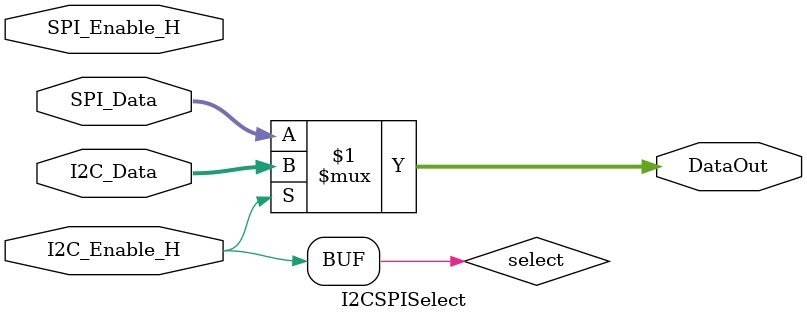
<source format=v>

module I2CSPISelect(
    input        SPI_Enable_H,   // Active high enable for SPI
    input        I2C_Enable_H,   // Active high enable for I2C
	 input  [7:0] SPI_Data,       // 8-bit input data from SPI
    input  [7:0] I2C_Data,       // 8-bit input data from I2C
    output [7:0] DataOut         // 8-bit output data
);

    // Internal select signal
    wire select;
    
    // Determine select based on enable signals
    // When SPI_Enable_H is active, select = 0 (select SPI data)
    // When I2C_Enable_H is active, select = 1 (select I2C data)
    assign select = I2C_Enable_H;
    
    // Output multiplexer
    assign DataOut = (select) ? I2C_Data : SPI_Data;

endmodule
</source>
